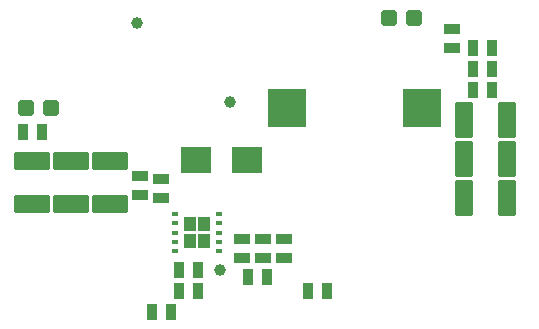
<source format=gtp>
G04*
G04 #@! TF.GenerationSoftware,Altium Limited,Altium Designer,21.6.4 (81)*
G04*
G04 Layer_Color=8421504*
%FSLAX25Y25*%
%MOIN*%
G70*
G04*
G04 #@! TF.SameCoordinates,FE6B2B4F-3443-4407-9834-7DAE5A72E9B6*
G04*
G04*
G04 #@! TF.FilePolarity,Positive*
G04*
G01*
G75*
%ADD17R,0.04134X0.05118*%
G04:AMPARAMS|DCode=18|XSize=62.99mil|YSize=118.11mil|CornerRadius=4.72mil|HoleSize=0mil|Usage=FLASHONLY|Rotation=180.000|XOffset=0mil|YOffset=0mil|HoleType=Round|Shape=RoundedRectangle|*
%AMROUNDEDRECTD18*
21,1,0.06299,0.10866,0,0,180.0*
21,1,0.05354,0.11811,0,0,180.0*
1,1,0.00945,-0.02677,0.05433*
1,1,0.00945,0.02677,0.05433*
1,1,0.00945,0.02677,-0.05433*
1,1,0.00945,-0.02677,-0.05433*
%
%ADD18ROUNDEDRECTD18*%
G04:AMPARAMS|DCode=19|XSize=55.12mil|YSize=35.43mil|CornerRadius=2.66mil|HoleSize=0mil|Usage=FLASHONLY|Rotation=270.000|XOffset=0mil|YOffset=0mil|HoleType=Round|Shape=RoundedRectangle|*
%AMROUNDEDRECTD19*
21,1,0.05512,0.03012,0,0,270.0*
21,1,0.04980,0.03543,0,0,270.0*
1,1,0.00532,-0.01506,-0.02490*
1,1,0.00532,-0.01506,0.02490*
1,1,0.00532,0.01506,0.02490*
1,1,0.00532,0.01506,-0.02490*
%
%ADD19ROUNDEDRECTD19*%
G04:AMPARAMS|DCode=20|XSize=55.12mil|YSize=35.43mil|CornerRadius=2.66mil|HoleSize=0mil|Usage=FLASHONLY|Rotation=0.000|XOffset=0mil|YOffset=0mil|HoleType=Round|Shape=RoundedRectangle|*
%AMROUNDEDRECTD20*
21,1,0.05512,0.03012,0,0,0.0*
21,1,0.04980,0.03543,0,0,0.0*
1,1,0.00532,0.02490,-0.01506*
1,1,0.00532,-0.02490,-0.01506*
1,1,0.00532,-0.02490,0.01506*
1,1,0.00532,0.02490,0.01506*
%
%ADD20ROUNDEDRECTD20*%
%ADD21C,0.03937*%
%ADD22R,0.12992X0.12500*%
G04:AMPARAMS|DCode=23|XSize=51.18mil|YSize=51.18mil|CornerRadius=5.12mil|HoleSize=0mil|Usage=FLASHONLY|Rotation=180.000|XOffset=0mil|YOffset=0mil|HoleType=Round|Shape=RoundedRectangle|*
%AMROUNDEDRECTD23*
21,1,0.05118,0.04095,0,0,180.0*
21,1,0.04095,0.05118,0,0,180.0*
1,1,0.01024,-0.02047,0.02047*
1,1,0.01024,0.02047,0.02047*
1,1,0.01024,0.02047,-0.02047*
1,1,0.01024,-0.02047,-0.02047*
%
%ADD23ROUNDEDRECTD23*%
%ADD24R,0.00433X0.02008*%
%ADD25R,0.02362X0.01181*%
%ADD26R,0.09843X0.09055*%
G04:AMPARAMS|DCode=27|XSize=62.99mil|YSize=118.11mil|CornerRadius=4.72mil|HoleSize=0mil|Usage=FLASHONLY|Rotation=270.000|XOffset=0mil|YOffset=0mil|HoleType=Round|Shape=RoundedRectangle|*
%AMROUNDEDRECTD27*
21,1,0.06299,0.10866,0,0,270.0*
21,1,0.05354,0.11811,0,0,270.0*
1,1,0.00945,-0.05433,-0.02677*
1,1,0.00945,-0.05433,0.02677*
1,1,0.00945,0.05433,0.02677*
1,1,0.00945,0.05433,-0.02677*
%
%ADD27ROUNDEDRECTD27*%
D17*
X84439Y66353D02*
D03*
Y60447D02*
D03*
X89361Y66353D02*
D03*
Y60447D02*
D03*
D18*
X190087Y88000D02*
D03*
X175913D02*
D03*
X190087Y101000D02*
D03*
X175913D02*
D03*
Y75000D02*
D03*
X190087D02*
D03*
D19*
X78248Y37000D02*
D03*
X71752D02*
D03*
X178752Y111000D02*
D03*
X185248D02*
D03*
Y118000D02*
D03*
X178752D02*
D03*
X130348Y44000D02*
D03*
X123852D02*
D03*
X103752Y48500D02*
D03*
X110248D02*
D03*
X87248Y44000D02*
D03*
X80752D02*
D03*
X28752Y97000D02*
D03*
X35248D02*
D03*
X87248Y51000D02*
D03*
X80752D02*
D03*
X185248Y125000D02*
D03*
X178752D02*
D03*
D20*
X68000Y82248D02*
D03*
Y75752D02*
D03*
X172000Y131248D02*
D03*
Y124752D02*
D03*
X109000Y61248D02*
D03*
Y54752D02*
D03*
X102000Y61248D02*
D03*
Y54752D02*
D03*
X75000Y81248D02*
D03*
Y74752D02*
D03*
X116000Y61248D02*
D03*
Y54752D02*
D03*
D21*
X98000Y107000D02*
D03*
X94500Y51000D02*
D03*
X67000Y133100D02*
D03*
D22*
X117000Y104900D02*
D03*
X162000D02*
D03*
D23*
X159134Y135000D02*
D03*
X150866D02*
D03*
X38134Y105000D02*
D03*
X29866D02*
D03*
D24*
X86900Y63400D02*
D03*
D25*
X79420Y69699D02*
D03*
Y66550D02*
D03*
Y63400D02*
D03*
Y60250D02*
D03*
Y57101D02*
D03*
X94380Y69699D02*
D03*
Y66550D02*
D03*
Y63400D02*
D03*
Y60250D02*
D03*
Y57101D02*
D03*
D26*
X103665Y87500D02*
D03*
X86735D02*
D03*
D27*
X32000Y72913D02*
D03*
Y87087D02*
D03*
X45000Y72913D02*
D03*
Y87087D02*
D03*
X58000Y72913D02*
D03*
Y87087D02*
D03*
M02*

</source>
